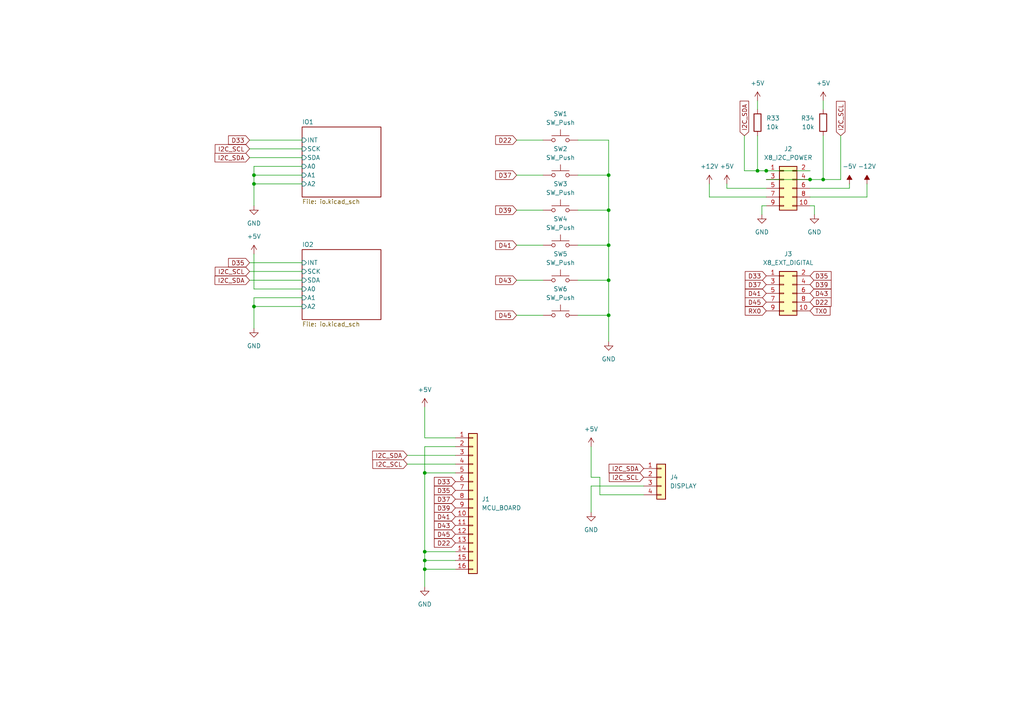
<source format=kicad_sch>
(kicad_sch (version 20230121) (generator eeschema)
  (paper "A4")
  (title_block (title "Polykit X8 Control Board") (date "2023-07-24") (rev "v0.0.1") (company "Jan Knipper") (comment 1 "github.com/polykit"))
  (lib_symbols
    (symbol "Connector_Generic:Conn_01x04" (pin_names (offset 1.016) hide)
      (property "Reference" "J" (at 0 5.08 0))
      (property "Value" "Conn_01x04" (at 0 -7.62 0))
      (symbol "Conn_01x04_1_1"
        (rectangle (start -1.27 -4.953) (end 0 -5.207) (stroke (width 0.1524)))
        (rectangle (start -1.27 -2.413) (end 0 -2.667) (stroke (width 0.1524)))
        (rectangle (start -1.27 0.127) (end 0 -0.127) (stroke (width 0.1524)))
        (rectangle (start -1.27 2.667) (end 0 2.413) (stroke (width 0.1524)))
        (rectangle (start -1.27 3.81) (end 1.27 -6.35) (stroke (width 0.254)) (fill (type background)))
        (pin passive line (at -5.08 2.54 0) (length 3.81) (name "Pin_1") (number "1"))
        (pin passive line (at -5.08 0 0) (length 3.81) (name "Pin_2") (number "2"))
        (pin passive line (at -5.08 -2.54 0) (length 3.81) (name "Pin_3") (number "3"))
        (pin passive line (at -5.08 -5.08 0) (length 3.81) (name "Pin_4") (number "4"))
      )
    )
    (symbol "Connector_Generic:Conn_01x16" (pin_names (offset 1.016) hide)
      (property "Reference" "J" (at 0 20.32 0))
      (property "Value" "Conn_01x16" (at 0 -22.86 0))
      (symbol "Conn_01x16_1_1"
        (rectangle (start -1.27 -20.193) (end 0 -20.447) (stroke (width 0.1524)))
        (rectangle (start -1.27 -17.653) (end 0 -17.907) (stroke (width 0.1524)))
        (rectangle (start -1.27 -15.113) (end 0 -15.367) (stroke (width 0.1524)))
        (rectangle (start -1.27 -12.573) (end 0 -12.827) (stroke (width 0.1524)))
        (rectangle (start -1.27 -10.033) (end 0 -10.287) (stroke (width 0.1524)))
        (rectangle (start -1.27 -7.493) (end 0 -7.747) (stroke (width 0.1524)))
        (rectangle (start -1.27 -4.953) (end 0 -5.207) (stroke (width 0.1524)))
        (rectangle (start -1.27 -2.413) (end 0 -2.667) (stroke (width 0.1524)))
        (rectangle (start -1.27 0.127) (end 0 -0.127) (stroke (width 0.1524)))
        (rectangle (start -1.27 2.667) (end 0 2.413) (stroke (width 0.1524)))
        (rectangle (start -1.27 5.207) (end 0 4.953) (stroke (width 0.1524)))
        (rectangle (start -1.27 7.747) (end 0 7.493) (stroke (width 0.1524)))
        (rectangle (start -1.27 10.287) (end 0 10.033) (stroke (width 0.1524)))
        (rectangle (start -1.27 12.827) (end 0 12.573) (stroke (width 0.1524)))
        (rectangle (start -1.27 15.367) (end 0 15.113) (stroke (width 0.1524)))
        (rectangle (start -1.27 17.907) (end 0 17.653) (stroke (width 0.1524)))
        (rectangle (start -1.27 19.05) (end 1.27 -21.59) (stroke (width 0.254)) (fill (type background)))
        (pin passive line (at -5.08 17.78 0) (length 3.81) (name "Pin_1") (number "1"))
        (pin passive line (at -5.08 -5.08 0) (length 3.81) (name "Pin_10") (number "10"))
        (pin passive line (at -5.08 -7.62 0) (length 3.81) (name "Pin_11") (number "11"))
        (pin passive line (at -5.08 -10.16 0) (length 3.81) (name "Pin_12") (number "12"))
        (pin passive line (at -5.08 -12.7 0) (length 3.81) (name "Pin_13") (number "13"))
        (pin passive line (at -5.08 -15.24 0) (length 3.81) (name "Pin_14") (number "14"))
        (pin passive line (at -5.08 -17.78 0) (length 3.81) (name "Pin_15") (number "15"))
        (pin passive line (at -5.08 -20.32 0) (length 3.81) (name "Pin_16") (number "16"))
        (pin passive line (at -5.08 15.24 0) (length 3.81) (name "Pin_2") (number "2"))
        (pin passive line (at -5.08 12.7 0) (length 3.81) (name "Pin_3") (number "3"))
        (pin passive line (at -5.08 10.16 0) (length 3.81) (name "Pin_4") (number "4"))
        (pin passive line (at -5.08 7.62 0) (length 3.81) (name "Pin_5") (number "5"))
        (pin passive line (at -5.08 5.08 0) (length 3.81) (name "Pin_6") (number "6"))
        (pin passive line (at -5.08 2.54 0) (length 3.81) (name "Pin_7") (number "7"))
        (pin passive line (at -5.08 0 0) (length 3.81) (name "Pin_8") (number "8"))
        (pin passive line (at -5.08 -2.54 0) (length 3.81) (name "Pin_9") (number "9"))
      )
    )
    (symbol "Connector_Generic:Conn_02x05_Odd_Even" (pin_names (offset 1.016) hide)
      (property "Reference" "J" (at 1.27 7.62 0))
      (property "Value" "Conn_02x05_Odd_Even" (at 1.27 -7.62 0))
      (symbol "Conn_02x05_Odd_Even_1_1"
        (rectangle (start -1.27 -4.953) (end 0 -5.207) (stroke (width 0.1524)))
        (rectangle (start -1.27 -2.413) (end 0 -2.667) (stroke (width 0.1524)))
        (rectangle (start -1.27 0.127) (end 0 -0.127) (stroke (width 0.1524)))
        (rectangle (start -1.27 2.667) (end 0 2.413) (stroke (width 0.1524)))
        (rectangle (start -1.27 5.207) (end 0 4.953) (stroke (width 0.1524)))
        (rectangle (start -1.27 6.35) (end 3.81 -6.35) (stroke (width 0.254)) (fill (type background)))
        (rectangle (start 3.81 -4.953) (end 2.54 -5.207) (stroke (width 0.1524)))
        (rectangle (start 3.81 -2.413) (end 2.54 -2.667) (stroke (width 0.1524)))
        (rectangle (start 3.81 0.127) (end 2.54 -0.127) (stroke (width 0.1524)))
        (rectangle (start 3.81 2.667) (end 2.54 2.413) (stroke (width 0.1524)))
        (rectangle (start 3.81 5.207) (end 2.54 4.953) (stroke (width 0.1524)))
        (pin passive line (at -5.08 5.08 0) (length 3.81) (name "Pin_1") (number "1"))
        (pin passive line (at 7.62 -5.08 180) (length 3.81) (name "Pin_10") (number "10"))
        (pin passive line (at 7.62 5.08 180) (length 3.81) (name "Pin_2") (number "2"))
        (pin passive line (at -5.08 2.54 0) (length 3.81) (name "Pin_3") (number "3"))
        (pin passive line (at 7.62 2.54 180) (length 3.81) (name "Pin_4") (number "4"))
        (pin passive line (at -5.08 0 0) (length 3.81) (name "Pin_5") (number "5"))
        (pin passive line (at 7.62 0 180) (length 3.81) (name "Pin_6") (number "6"))
        (pin passive line (at -5.08 -2.54 0) (length 3.81) (name "Pin_7") (number "7"))
        (pin passive line (at 7.62 -2.54 180) (length 3.81) (name "Pin_8") (number "8"))
        (pin passive line (at -5.08 -5.08 0) (length 3.81) (name "Pin_9") (number "9"))
      )
    )
    (symbol "Device:R" (pin_numbers hide) (pin_names (offset 0))
      (property "Reference" "R" (at 2.032 0 90))
      (property "Value" "R" (at 0 0 90))
      (symbol "R_0_1"
        (rectangle (start -1.016 -2.54) (end 1.016 2.54) (stroke (width 0.254)))
      )
      (symbol "R_1_1"
        (pin passive line (at 0 3.81 270) (length 1.27) (name "~") (number "1"))
        (pin passive line (at 0 -3.81 90) (length 1.27) (name "~") (number "2"))
      )
    )
    (symbol "Switch:SW_Push" (pin_numbers hide) (pin_names (offset 1.016) hide)
      (property "Reference" "SW" (at 1.27 2.54 0))
      (property "Value" "SW_Push" (at 0 -1.524 0))
      (symbol "SW_Push_0_1"
        (circle (center -2.032 0) (radius 0.508))
        (polyline (pts (xy 0 1.27) (xy 0 3.048)))
        (polyline (pts (xy 2.54 1.27) (xy -2.54 1.27)))
        (circle (center 2.032 0) (radius 0.508))
        (pin passive line (at -5.08 0 0) (length 2.54) (name "1") (number "1"))
        (pin passive line (at 5.08 0 180) (length 2.54) (name "2") (number "2"))
      )
    )
    (symbol "power:+12V" (power) (pin_names (offset 0))
      (property "Value" "+12V" (at 0 3.556 0))
      (symbol "+12V_0_1"
        (polyline (pts (xy -0.762 1.27) (xy 0 2.54)))
        (polyline (pts (xy 0 0) (xy 0 2.54)))
        (polyline (pts (xy 0 2.54) (xy 0.762 1.27)))
      )
      (symbol "+12V_1_1"
        (pin power_in line (at 0 0 90) (length 0) hide (name "+12V") (number "1"))
      )
    )
    (symbol "power:+5V" (power) (pin_names (offset 0))
      (property "Value" "+5V" (at 0 3.556 0))
      (symbol "+5V_0_1"
        (polyline (pts (xy -0.762 1.27) (xy 0 2.54)))
        (polyline (pts (xy 0 0) (xy 0 2.54)))
        (polyline (pts (xy 0 2.54) (xy 0.762 1.27)))
      )
      (symbol "+5V_1_1"
        (pin power_in line (at 0 0 90) (length 0) hide (name "+5V") (number "1"))
      )
    )
    (symbol "power:-12V" (power) (pin_names (offset 0))
      (property "Value" "-12V" (at 0 3.81 0))
      (symbol "-12V_0_0"
        (pin power_in line (at 0 0 90) (length 0) hide (name "-12V") (number "1"))
      )
      (symbol "-12V_0_1"
        (polyline (pts (xy 0 0) (xy 0 1.27) (xy 0.762 1.27) (xy 0 2.54) (xy -0.762 1.27) (xy 0 1.27)) (fill (type outline)))
      )
    )
    (symbol "power:-5V" (power) (pin_names (offset 0))
      (property "Value" "-5V" (at 0 3.81 0))
      (symbol "-5V_0_0"
        (pin power_in line (at 0 0 90) (length 0) hide (name "-5V") (number "1"))
      )
      (symbol "-5V_0_1"
        (polyline (pts (xy 0 0) (xy 0 1.27) (xy 0.762 1.27) (xy 0 2.54) (xy -0.762 1.27) (xy 0 1.27)) (fill (type outline)))
      )
    )
    (symbol "power:GND" (power) (pin_names (offset 0))
      (property "Value" "GND" (at 0 -3.81 0))
      (symbol "GND_0_1"
        (polyline (pts (xy 0 0) (xy 0 -1.27) (xy 1.27 -1.27) (xy 0 -2.54) (xy -1.27 -1.27) (xy 0 -1.27)))
      )
      (symbol "GND_1_1"
        (pin power_in line (at 0 0 270) (length 0) hide (name "GND") (number "1"))
      )
    )
  )
  (junction (at 123.19 160.02))
  (junction (at 123.19 162.56))
  (junction (at 176.53 50.8))
  (junction (at 176.53 91.44))
  (junction (at 222.25 49.53))
  (junction (at 238.76 52.07))
  (junction (at 73.66 53.34))
  (junction (at 73.66 50.8))
  (junction (at 176.53 60.96))
  (junction (at 234.95 52.07))
  (junction (at 176.53 81.28))
  (junction (at 219.71 49.53))
  (junction (at 176.53 71.12))
  (junction (at 73.66 88.9))
  (junction (at 123.19 165.1))
  (junction (at 123.19 137.16))
  (wire (pts (xy 72.39 40.64) (xy 87.63 40.64)))
  (wire (pts (xy 167.64 60.96) (xy 176.53 60.96)))
  (wire (pts (xy 123.19 160.02) (xy 123.19 162.56)))
  (wire (pts (xy 73.66 53.34) (xy 87.63 53.34)))
  (wire (pts (xy 234.95 54.61) (xy 246.38 54.61)))
  (wire (pts (xy 123.19 165.1) (xy 132.08 165.1)))
  (wire (pts (xy 73.66 88.9) (xy 87.63 88.9)))
  (wire (pts (xy 167.64 81.28) (xy 176.53 81.28)))
  (wire (pts (xy 123.19 137.16) (xy 123.19 160.02)))
  (wire (pts (xy 123.19 129.54) (xy 123.19 137.16)))
  (wire (pts (xy 73.66 50.8) (xy 87.63 50.8)))
  (wire (pts (xy 238.76 52.07) (xy 243.84 52.07)))
  (wire (pts (xy 149.86 71.12) (xy 157.48 71.12)))
  (wire (pts (xy 123.19 118.11) (xy 123.19 127)))
  (wire (pts (xy 73.66 53.34) (xy 73.66 59.69)))
  (wire (pts (xy 246.38 54.61) (xy 246.38 53.34)))
  (wire (pts (xy 123.19 137.16) (xy 132.08 137.16)))
  (wire (pts (xy 173.99 143.51) (xy 186.69 143.51)))
  (wire (pts (xy 234.95 59.69) (xy 236.22 59.69)))
  (wire (pts (xy 123.19 162.56) (xy 132.08 162.56)))
  (wire (pts (xy 176.53 40.64) (xy 176.53 50.8)))
  (wire (pts (xy 73.66 88.9) (xy 73.66 95.25)))
  (wire (pts (xy 234.95 57.15) (xy 251.46 57.15)))
  (wire (pts (xy 167.64 71.12) (xy 176.53 71.12)))
  (wire (pts (xy 238.76 39.37) (xy 238.76 52.07)))
  (wire (pts (xy 222.25 57.15) (xy 205.74 57.15)))
  (wire (pts (xy 236.22 59.69) (xy 236.22 62.23)))
  (wire (pts (xy 171.45 140.97) (xy 171.45 148.59)))
  (wire (pts (xy 149.86 91.44) (xy 157.48 91.44)))
  (wire (pts (xy 219.71 29.21) (xy 219.71 31.75)))
  (wire (pts (xy 186.69 140.97) (xy 171.45 140.97)))
  (wire (pts (xy 215.9 49.53) (xy 215.9 39.37)))
  (wire (pts (xy 222.25 54.61) (xy 210.82 54.61)))
  (wire (pts (xy 222.25 59.69) (xy 220.98 59.69)))
  (wire (pts (xy 72.39 81.28) (xy 87.63 81.28)))
  (wire (pts (xy 73.66 86.36) (xy 87.63 86.36)))
  (wire (pts (xy 72.39 78.74) (xy 87.63 78.74)))
  (wire (pts (xy 73.66 86.36) (xy 73.66 88.9)))
  (wire (pts (xy 72.39 43.18) (xy 87.63 43.18)))
  (wire (pts (xy 173.99 143.51) (xy 173.99 138.43)))
  (wire (pts (xy 87.63 48.26) (xy 73.66 48.26)))
  (wire (pts (xy 73.66 83.82) (xy 73.66 73.66)))
  (wire (pts (xy 243.84 52.07) (xy 243.84 39.37)))
  (wire (pts (xy 72.39 45.72) (xy 87.63 45.72)))
  (wire (pts (xy 118.11 132.08) (xy 132.08 132.08)))
  (wire (pts (xy 171.45 138.43) (xy 171.45 129.54)))
  (wire (pts (xy 176.53 60.96) (xy 176.53 71.12)))
  (wire (pts (xy 73.66 50.8) (xy 73.66 53.34)))
  (wire (pts (xy 118.11 134.62) (xy 132.08 134.62)))
  (wire (pts (xy 167.64 40.64) (xy 176.53 40.64)))
  (wire (pts (xy 149.86 50.8) (xy 157.48 50.8)))
  (wire (pts (xy 219.71 49.53) (xy 215.9 49.53)))
  (wire (pts (xy 123.19 162.56) (xy 123.19 165.1)))
  (wire (pts (xy 173.99 138.43) (xy 171.45 138.43)))
  (wire (pts (xy 176.53 81.28) (xy 176.53 91.44)))
  (wire (pts (xy 73.66 48.26) (xy 73.66 50.8)))
  (wire (pts (xy 222.25 49.53) (xy 234.95 49.53)))
  (wire (pts (xy 222.25 52.07) (xy 234.95 52.07)))
  (wire (pts (xy 176.53 91.44) (xy 176.53 99.06)))
  (wire (pts (xy 149.86 60.96) (xy 157.48 60.96)))
  (wire (pts (xy 72.39 76.2) (xy 87.63 76.2)))
  (wire (pts (xy 219.71 39.37) (xy 219.71 49.53)))
  (wire (pts (xy 176.53 71.12) (xy 176.53 81.28)))
  (wire (pts (xy 205.74 57.15) (xy 205.74 53.34)))
  (wire (pts (xy 167.64 91.44) (xy 176.53 91.44)))
  (wire (pts (xy 222.25 49.53) (xy 219.71 49.53)))
  (wire (pts (xy 123.19 160.02) (xy 132.08 160.02)))
  (wire (pts (xy 132.08 129.54) (xy 123.19 129.54)))
  (wire (pts (xy 210.82 54.61) (xy 210.82 53.34)))
  (wire (pts (xy 176.53 50.8) (xy 176.53 60.96)))
  (wire (pts (xy 251.46 57.15) (xy 251.46 53.34)))
  (wire (pts (xy 87.63 83.82) (xy 73.66 83.82)))
  (wire (pts (xy 220.98 59.69) (xy 220.98 62.23)))
  (wire (pts (xy 149.86 81.28) (xy 157.48 81.28)))
  (wire (pts (xy 149.86 40.64) (xy 157.48 40.64)))
  (wire (pts (xy 167.64 50.8) (xy 176.53 50.8)))
  (wire (pts (xy 234.95 52.07) (xy 238.76 52.07)))
  (wire (pts (xy 123.19 127) (xy 132.08 127)))
  (wire (pts (xy 238.76 29.21) (xy 238.76 31.75)))
  (wire (pts (xy 123.19 165.1) (xy 123.19 170.18)))
  (global_label "D41" (shape input) (at 149.86 71.12 180) (property "Intersheetrefs" "${INTERSHEET_REFS}" (effects hide)))
  (global_label "D22" (shape input) (at 132.08 157.48 180) (property "Intersheetrefs" "${INTERSHEET_REFS}" (effects hide)))
  (global_label "D33" (shape input) (at 72.39 40.64 180) (property "Intersheetrefs" "${INTERSHEET_REFS}" (effects hide)))
  (global_label "D22" (shape input) (at 149.86 40.64 180) (property "Intersheetrefs" "${INTERSHEET_REFS}" (effects hide)))
  (global_label "I2C_SCL" (shape input) (at 72.39 78.74 180) (property "Intersheetrefs" "${INTERSHEET_REFS}" (effects hide)))
  (global_label "D37" (shape input) (at 132.08 144.78 180) (property "Intersheetrefs" "${INTERSHEET_REFS}" (effects hide)))
  (global_label "D22" (shape input) (at 234.95 87.63 0) (property "Intersheetrefs" "${INTERSHEET_REFS}" (effects hide)))
  (global_label "D37" (shape input) (at 222.25 82.55 180) (property "Intersheetrefs" "${INTERSHEET_REFS}" (effects hide)))
  (global_label "D33" (shape input) (at 222.25 80.01 180) (property "Intersheetrefs" "${INTERSHEET_REFS}" (effects hide)))
  (global_label "D37" (shape input) (at 149.86 50.8 180) (property "Intersheetrefs" "${INTERSHEET_REFS}" (effects hide)))
  (global_label "D39" (shape input) (at 132.08 147.32 180) (property "Intersheetrefs" "${INTERSHEET_REFS}" (effects hide)))
  (global_label "D45" (shape input) (at 222.25 87.63 180) (property "Intersheetrefs" "${INTERSHEET_REFS}" (effects hide)))
  (global_label "D39" (shape input) (at 149.86 60.96 180) (property "Intersheetrefs" "${INTERSHEET_REFS}" (effects hide)))
  (global_label "I2C_SCL" (shape input) (at 118.11 134.62 180) (property "Intersheetrefs" "${INTERSHEET_REFS}" (effects hide)))
  (global_label "I2C_SCL" (shape input) (at 186.69 138.43 180) (property "Intersheetrefs" "${INTERSHEET_REFS}" (effects hide)))
  (global_label "D35" (shape input) (at 72.39 76.2 180) (property "Intersheetrefs" "${INTERSHEET_REFS}" (effects hide)))
  (global_label "I2C_SCL" (shape input) (at 243.84 39.37 90) (property "Intersheetrefs" "${INTERSHEET_REFS}" (effects hide)))
  (global_label "I2C_SDA" (shape input) (at 186.69 135.89 180) (property "Intersheetrefs" "${INTERSHEET_REFS}" (effects hide)))
  (global_label "I2C_SDA" (shape input) (at 72.39 81.28 180) (property "Intersheetrefs" "${INTERSHEET_REFS}" (effects hide)))
  (global_label "I2C_SCL" (shape input) (at 72.39 43.18 180) (property "Intersheetrefs" "${INTERSHEET_REFS}" (effects hide)))
  (global_label "TX0" (shape input) (at 234.95 90.17 0) (property "Intersheetrefs" "${INTERSHEET_REFS}" (effects hide)))
  (global_label "D45" (shape input) (at 132.08 154.94 180) (property "Intersheetrefs" "${INTERSHEET_REFS}" (effects hide)))
  (global_label "D41" (shape input) (at 222.25 85.09 180) (property "Intersheetrefs" "${INTERSHEET_REFS}" (effects hide)))
  (global_label "RX0" (shape input) (at 222.25 90.17 180) (property "Intersheetrefs" "${INTERSHEET_REFS}" (effects hide)))
  (global_label "D45" (shape input) (at 149.86 91.44 180) (property "Intersheetrefs" "${INTERSHEET_REFS}" (effects hide)))
  (global_label "I2C_SDA" (shape input) (at 72.39 45.72 180) (property "Intersheetrefs" "${INTERSHEET_REFS}" (effects hide)))
  (global_label "D35" (shape input) (at 132.08 142.24 180) (property "Intersheetrefs" "${INTERSHEET_REFS}" (effects hide)))
  (global_label "D43" (shape input) (at 132.08 152.4 180) (property "Intersheetrefs" "${INTERSHEET_REFS}" (effects hide)))
  (global_label "I2C_SDA" (shape input) (at 118.11 132.08 180) (property "Intersheetrefs" "${INTERSHEET_REFS}" (effects hide)))
  (global_label "I2C_SDA" (shape input) (at 215.9 39.37 90) (property "Intersheetrefs" "${INTERSHEET_REFS}" (effects hide)))
  (global_label "D43" (shape input) (at 234.95 85.09 0) (property "Intersheetrefs" "${INTERSHEET_REFS}" (effects hide)))
  (global_label "D41" (shape input) (at 132.08 149.86 180) (property "Intersheetrefs" "${INTERSHEET_REFS}" (effects hide)))
  (global_label "D33" (shape input) (at 132.08 139.7 180) (property "Intersheetrefs" "${INTERSHEET_REFS}" (effects hide)))
  (global_label "D39" (shape input) (at 234.95 82.55 0) (property "Intersheetrefs" "${INTERSHEET_REFS}" (effects hide)))
  (global_label "D35" (shape input) (at 234.95 80.01 0) (property "Intersheetrefs" "${INTERSHEET_REFS}" (effects hide)))
  (global_label "D43" (shape input) (at 149.86 81.28 180) (property "Intersheetrefs" "${INTERSHEET_REFS}" (effects hide)))
  (symbol (lib_id "power:GND") (at 171.45 148.59 0) (unit 1)
    (property "Reference" "#PWR0125" (effects hide))
    (property "Value" "GND" (at 171.45 153.67 0))
  )
  (symbol (lib_id "Device:R") (at 238.76 35.56 0) (unit 1)
    (property "Reference" "R34" (at 236.22 34.29 0) (effects (justify right)))
    (property "Value" "10k" (at 236.22 36.83 0) (effects (justify right)))
    (property "Footprint" "Resistor_SMD:R_1206_3216Metric_Pad1.30x1.75mm_HandSolder" (effects hide))
  )
  (symbol (lib_id "power:-5V") (at 246.38 53.34 0) (unit 1)
    (property "Reference" "#PWR0104" (effects hide))
    (property "Value" "-5V" (at 246.38 48.26 0))
  )
  (symbol (lib_id "power:-12V") (at 251.46 53.34 0) (unit 1)
    (property "Reference" "#PWR0103" (effects hide))
    (property "Value" "-12V" (at 251.46 48.26 0))
  )
  (symbol (lib_id "Connector_Generic:Conn_01x04") (at 191.77 138.43 0) (unit 1)
    (property "Reference" "J4" (at 194.31 138.4299 0) (effects (justify left)))
    (property "Value" "DISPLAY" (at 194.31 140.9699 0) (effects (justify left)))
    (property "Footprint" "Connector_PinHeader_2.54mm:PinHeader_1x04_P2.54mm_Vertical" (effects hide))
  )
  (symbol (lib_id "power:+5V") (at 210.82 53.34 0) (unit 1)
    (property "Reference" "#PWR0105" (effects hide))
    (property "Value" "+5V" (at 210.82 48.26 0))
  )
  (symbol (lib_id "Switch:SW_Push") (at 162.56 50.8 0) (unit 1)
    (property "Reference" "SW2" (at 162.56 43.18 0))
    (property "Value" "SW_Push" (at 162.56 45.72 0))
    (property "Footprint" "Button_Switch_THT:SW_PUSH_6mm_H13mm" (effects hide))
  )
  (symbol (lib_id "Switch:SW_Push") (at 162.56 91.44 0) (unit 1)
    (property "Reference" "SW6" (at 162.56 83.82 0))
    (property "Value" "SW_Push" (at 162.56 86.36 0))
    (property "Footprint" "Button_Switch_THT:SW_PUSH_6mm_H13mm" (effects hide))
  )
  (symbol (lib_id "power:GND") (at 236.22 62.23 0) (unit 1)
    (property "Reference" "#PWR0102" (effects hide))
    (property "Value" "GND" (at 236.22 67.31 0))
  )
  (symbol (lib_id "power:+5V") (at 238.76 29.21 0) (unit 1)
    (property "Reference" "#PWR04" (effects hide))
    (property "Value" "+5V" (at 238.76 24.13 0))
  )
  (symbol (lib_id "power:+12V") (at 205.74 53.34 0) (unit 1)
    (property "Reference" "#PWR0106" (effects hide))
    (property "Value" "+12V" (at 205.74 48.26 0))
  )
  (symbol (lib_id "Connector_Generic:Conn_02x05_Odd_Even") (at 227.33 54.61 0) (unit 1)
    (property "Reference" "J2" (at 228.6 43.18 0))
    (property "Value" "X8_I2C_POWER" (at 228.6 45.72 0))
    (property "Footprint" "Connector_IDC:IDC-Header_2x05_P2.54mm_Vertical" (effects hide))
  )
  (symbol (lib_id "power:+5V") (at 73.66 73.66 0) (unit 1)
    (property "Reference" "#PWR0108" (effects hide))
    (property "Value" "+5V" (at 73.66 68.58 0))
  )
  (symbol (lib_id "power:GND") (at 73.66 95.25 0) (unit 1)
    (property "Reference" "#PWR0109" (effects hide))
    (property "Value" "GND" (at 73.66 100.33 0))
  )
  (symbol (lib_id "Switch:SW_Push") (at 162.56 40.64 0) (unit 1)
    (property "Reference" "SW1" (at 162.56 33.02 0))
    (property "Value" "SW_Push" (at 162.56 35.56 0))
    (property "Footprint" "Button_Switch_THT:SW_PUSH_6mm_H13mm" (effects hide))
  )
  (symbol (lib_id "power:+5V") (at 123.19 118.11 0) (unit 1)
    (property "Reference" "#PWR0110" (effects hide))
    (property "Value" "+5V" (at 123.19 113.03 0))
  )
  (symbol (lib_id "Connector_Generic:Conn_02x05_Odd_Even") (at 227.33 85.09 0) (unit 1)
    (property "Reference" "J3" (at 228.6 73.66 0))
    (property "Value" "X8_EXT_DIGITAL" (at 228.6 76.2 0))
    (property "Footprint" "Connector_IDC:IDC-Header_2x05_P2.54mm_Vertical" (effects hide))
  )
  (symbol (lib_id "Connector_Generic:Conn_01x16") (at 137.16 144.78 0) (unit 1)
    (property "Reference" "J1" (at 139.7 144.7799 0) (effects (justify left)))
    (property "Value" "MCU_BOARD" (at 139.7 147.3199 0) (effects (justify left)))
    (property "Footprint" "Connector_PinHeader_2.54mm:PinHeader_1x16_P2.54mm_Vertical" (effects hide))
  )
  (symbol (lib_id "power:+5V") (at 171.45 129.54 0) (unit 1)
    (property "Reference" "#PWR0126" (effects hide))
    (property "Value" "+5V" (at 171.45 124.46 0))
  )
  (symbol (lib_id "Device:R") (at 219.71 35.56 0) (unit 1)
    (property "Reference" "R33" (at 222.25 34.29 0) (effects (justify left)))
    (property "Value" "10k" (at 222.25 36.83 0) (effects (justify left)))
    (property "Footprint" "Resistor_SMD:R_1206_3216Metric_Pad1.30x1.75mm_HandSolder" (effects hide))
  )
  (symbol (lib_id "power:GND") (at 123.19 170.18 0) (unit 1)
    (property "Reference" "#PWR0111" (effects hide))
    (property "Value" "GND" (at 123.19 175.26 0))
  )
  (symbol (lib_id "power:+5V") (at 219.71 29.21 0) (unit 1)
    (property "Reference" "#PWR03" (effects hide))
    (property "Value" "+5V" (at 219.71 24.13 0))
  )
  (symbol (lib_id "power:GND") (at 220.98 62.23 0) (unit 1)
    (property "Reference" "#PWR0101" (effects hide))
    (property "Value" "GND" (at 220.98 67.31 0))
  )
  (symbol (lib_id "Switch:SW_Push") (at 162.56 60.96 0) (unit 1)
    (property "Reference" "SW3" (at 162.56 53.34 0))
    (property "Value" "SW_Push" (at 162.56 55.88 0))
    (property "Footprint" "Button_Switch_THT:SW_PUSH_6mm_H13mm" (effects hide))
  )
  (symbol (lib_id "power:GND") (at 176.53 99.06 0) (unit 1)
    (property "Reference" "#PWR0112" (effects hide))
    (property "Value" "GND" (at 176.53 104.14 0))
  )
  (symbol (lib_id "Switch:SW_Push") (at 162.56 81.28 0) (unit 1)
    (property "Reference" "SW5" (at 162.56 73.66 0))
    (property "Value" "SW_Push" (at 162.56 76.2 0))
    (property "Footprint" "Button_Switch_THT:SW_PUSH_6mm_H13mm" (effects hide))
  )
  (symbol (lib_id "Switch:SW_Push") (at 162.56 71.12 0) (unit 1)
    (property "Reference" "SW4" (at 162.56 63.5 0))
    (property "Value" "SW_Push" (at 162.56 66.04 0))
    (property "Footprint" "Button_Switch_THT:SW_PUSH_6mm_H13mm" (effects hide))
  )
  (symbol (lib_id "power:GND") (at 73.66 59.69 0) (unit 1)
    (property "Reference" "#PWR0107" (effects hide))
    (property "Value" "GND" (at 73.66 64.77 0))
  )
  (sheet (at 87.63 36.83) (size 22.86 20.32) (stroke (width 0.1524))
    (property "Sheetname" "IO1" (at 87.63 36.1184 0) (effects (justify left bottom)))
    (property "Sheetfile" "io.kicad_sch" (at 87.63 57.7346 0) (effects (justify left top)))
    (pin "INT" input (at 87.63 40.64 180))
    (pin "SCK" input (at 87.63 43.18 180))
    (pin "SDA" input (at 87.63 45.72 180))
    (pin "A0" input (at 87.63 48.26 180))
    (pin "A1" input (at 87.63 50.8 180))
    (pin "A2" input (at 87.63 53.34 180))
  )
  (sheet (at 87.63 72.39) (size 22.86 20.32) (stroke (width 0.1524))
    (property "Sheetname" "IO2" (at 87.63 71.6784 0) (effects (justify left bottom)))
    (property "Sheetfile" "io.kicad_sch" (at 87.63 93.2946 0) (effects (justify left top)))
    (pin "INT" input (at 87.63 76.2 180))
    (pin "SCK" input (at 87.63 78.74 180))
    (pin "SDA" input (at 87.63 81.28 180))
    (pin "A0" input (at 87.63 83.82 180))
    (pin "A1" input (at 87.63 86.36 180))
    (pin "A2" input (at 87.63 88.9 180))
  )
)
</source>
